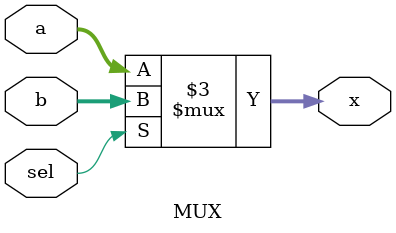
<source format=v>

module MUX(
	input [31:0] a, b,
	input sel,
	output reg [31:0] x);

always @ (*) begin
	if(sel)begin
	 	x =b;
	 end else begin
	 	x= a;
	 end
end
endmodule
</source>
